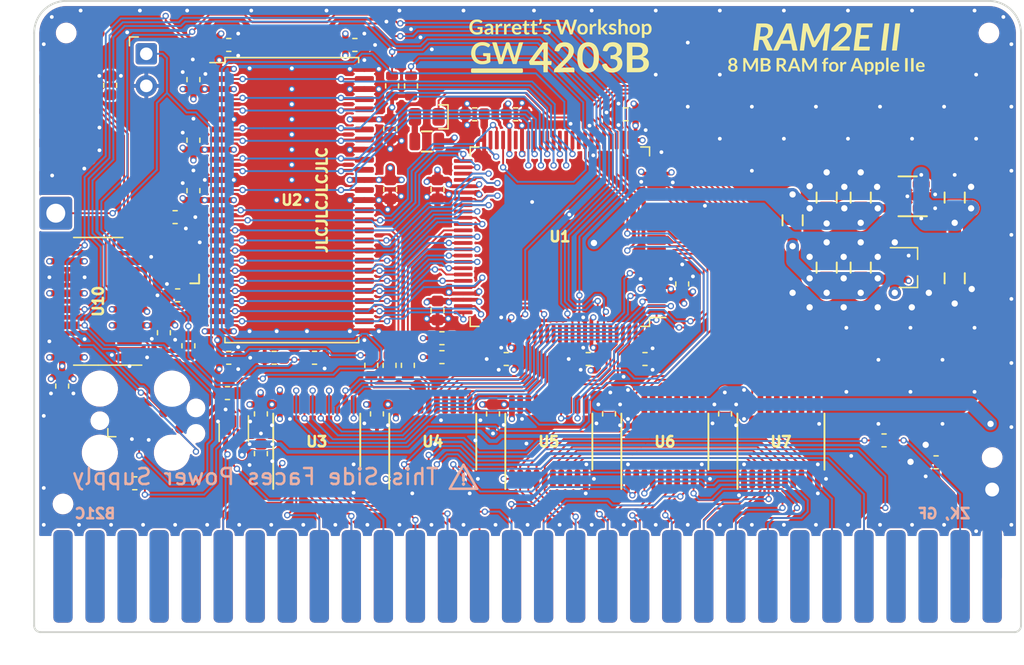
<source format=kicad_pcb>
(kicad_pcb (version 20221018) (generator pcbnew)

  (general
    (thickness 1.6108)
  )

  (paper "A4")
  (title_block
    (title "GW4203B (RAM2E II) - LCMXO2-640 / LCMXO2-1200")
    (date "2024-04-24")
    (rev "2.1")
    (company "Garrett's Workshop")
  )

  (layers
    (0 "F.Cu" signal)
    (1 "In1.Cu" power)
    (2 "In2.Cu" power)
    (31 "B.Cu" signal)
    (32 "B.Adhes" user "B.Adhesive")
    (33 "F.Adhes" user "F.Adhesive")
    (34 "B.Paste" user)
    (35 "F.Paste" user)
    (36 "B.SilkS" user "B.Silkscreen")
    (37 "F.SilkS" user "F.Silkscreen")
    (38 "B.Mask" user)
    (39 "F.Mask" user)
    (40 "Dwgs.User" user "User.Drawings")
    (41 "Cmts.User" user "User.Comments")
    (42 "Eco1.User" user "User.Eco1")
    (43 "Eco2.User" user "User.Eco2")
    (44 "Edge.Cuts" user)
    (45 "Margin" user)
    (46 "B.CrtYd" user "B.Courtyard")
    (47 "F.CrtYd" user "F.Courtyard")
    (48 "B.Fab" user)
    (49 "F.Fab" user)
  )

  (setup
    (stackup
      (layer "F.SilkS" (type "Top Silk Screen"))
      (layer "F.Paste" (type "Top Solder Paste"))
      (layer "F.Mask" (type "Top Solder Mask") (thickness 0.01))
      (layer "F.Cu" (type "copper") (thickness 0.035))
      (layer "dielectric 1" (type "core") (thickness 0.2104) (material "FR4") (epsilon_r 4.6) (loss_tangent 0.02))
      (layer "In1.Cu" (type "copper") (thickness 0.0175))
      (layer "dielectric 2" (type "prepreg") (thickness 1.065) (material "FR4") (epsilon_r 4.5) (loss_tangent 0.02))
      (layer "In2.Cu" (type "copper") (thickness 0.0175))
      (layer "dielectric 3" (type "core") (thickness 0.2104) (material "FR4") (epsilon_r 4.6) (loss_tangent 0.02))
      (layer "B.Cu" (type "copper") (thickness 0.035))
      (layer "B.Mask" (type "Bottom Solder Mask") (thickness 0.01))
      (layer "B.Paste" (type "Bottom Solder Paste"))
      (layer "B.SilkS" (type "Bottom Silk Screen"))
      (copper_finish "None")
      (dielectric_constraints no)
    )
    (pad_to_mask_clearance 0.0762)
    (solder_mask_min_width 0.127)
    (pad_to_paste_clearance -0.0381)
    (pcbplotparams
      (layerselection 0x00010f8_ffffffff)
      (plot_on_all_layers_selection 0x0000000_00000000)
      (disableapertmacros false)
      (usegerberextensions true)
      (usegerberattributes false)
      (usegerberadvancedattributes false)
      (creategerberjobfile false)
      (dashed_line_dash_ratio 12.000000)
      (dashed_line_gap_ratio 3.000000)
      (svgprecision 4)
      (plotframeref false)
      (viasonmask false)
      (mode 1)
      (useauxorigin false)
      (hpglpennumber 1)
      (hpglpenspeed 20)
      (hpglpendiameter 15.000000)
      (dxfpolygonmode true)
      (dxfimperialunits true)
      (dxfusepcbnewfont true)
      (psnegative false)
      (psa4output false)
      (plotreference true)
      (plotvalue true)
      (plotinvisibletext false)
      (sketchpadsonfab false)
      (subtractmaskfromsilk true)
      (outputformat 1)
      (mirror false)
      (drillshape 0)
      (scaleselection 1)
      (outputdirectory "gerber/")
    )
  )

  (net 0 "")
  (net 1 "+5V")
  (net 2 "GND")
  (net 3 "/Vid7M")
  (net 4 "/~{SYNC}")
  (net 5 "/~{PRAS}")
  (net 6 "/VC")
  (net 7 "/~{C07X}")
  (net 8 "/~{WNDW}")
  (net 9 "/SEGA")
  (net 10 "/ROMEN1")
  (net 11 "/ROMEN2")
  (net 12 "/MD7")
  (net 13 "/MD6")
  (net 14 "/MD5")
  (net 15 "/MD4")
  (net 16 "/PHI0")
  (net 17 "/~{CLRGAT}")
  (net 18 "/~{80VID}")
  (net 19 "/~{PCAS}")
  (net 20 "/~{LDPS}")
  (net 21 "/R~{W}80")
  (net 22 "/PHI1")
  (net 23 "/~{CASEN}")
  (net 24 "/MD3")
  (net 25 "/MD2")
  (net 26 "/MD1")
  (net 27 "/MD0")
  (net 28 "/H0")
  (net 29 "/AN3")
  (net 30 "/~{EN80}")
  (net 31 "/~{ALTVID}")
  (net 32 "/~{SEROUT}")
  (net 33 "/~{ENVID}")
  (net 34 "/R~{W}")
  (net 35 "/Q3")
  (net 36 "/SEGB")
  (net 37 "/~{RA9}")
  (net 38 "/~{RA10}")
  (net 39 "/GR")
  (net 40 "/~{ENTMG}")
  (net 41 "/MA6")
  (net 42 "/MA5")
  (net 43 "/MA4")
  (net 44 "/MA3")
  (net 45 "/MA2")
  (net 46 "/MA1")
  (net 47 "/MA0")
  (net 48 "/MA7")
  (net 49 "/C7M")
  (net 50 "/C14M")
  (net 51 "/C3M58")
  (net 52 "/VD0")
  (net 53 "/VD1")
  (net 54 "/VD2")
  (net 55 "/VD3")
  (net 56 "/VD4")
  (net 57 "/VD5")
  (net 58 "/VD6")
  (net 59 "/VD7")
  (net 60 "+3V3")
  (net 61 "/TDI")
  (net 62 "Net-(D1-A)")
  (net 63 "/TMS")
  (net 64 "/TDO")
  (net 65 "/TCK")
  (net 66 "/RD5")
  (net 67 "/RD4")
  (net 68 "/RD3")
  (net 69 "/RD2")
  (net 70 "/RD7")
  (net 71 "/RD6")
  (net 72 "/RD0")
  (net 73 "/RD1")
  (net 74 "/DQMH")
  (net 75 "/~{WE}")
  (net 76 "/~{CAS}")
  (net 77 "/CKE")
  (net 78 "/~{RAS}")
  (net 79 "/BA0")
  (net 80 "/RA11")
  (net 81 "/~{CS}")
  (net 82 "/BA1")
  (net 83 "/RA9")
  (net 84 "/RA10")
  (net 85 "/RA8")
  (net 86 "/RA0")
  (net 87 "/RA7")
  (net 88 "/RA1")
  (net 89 "/RA6")
  (net 90 "/RA4")
  (net 91 "/RA3")
  (net 92 "/~{EN80}in")
  (net 93 "/RA5")
  (net 94 "/RA2")
  (net 95 "/R~{W}80in")
  (net 96 "/Ain5")
  (net 97 "/PHI1in")
  (net 98 "/Ain6")
  (net 99 "/DQML")
  (net 100 "/~{C07X}in")
  (net 101 "/R~{W}in")
  (net 102 "/Ain0")
  (net 103 "/Ain1")
  (net 104 "/Ain2")
  (net 105 "/Ain3")
  (net 106 "/Ain4")
  (net 107 "/Ain7")
  (net 108 "/Din0")
  (net 109 "/Din1")
  (net 110 "/Din2")
  (net 111 "/Din3")
  (net 112 "/Din4")
  (net 113 "/Din5")
  (net 114 "/Din6")
  (net 115 "/Din7")
  (net 116 "/V~{OE}")
  (net 117 "/Vout7")
  (net 118 "/Vout6")
  (net 119 "/Vout5")
  (net 120 "/Vout4")
  (net 121 "/Vout3")
  (net 122 "/Vout2")
  (net 123 "/Vout1")
  (net 124 "/Vout0")
  (net 125 "/D~{OE}")
  (net 126 "/Dout0")
  (net 127 "/Dout1")
  (net 128 "/Dout2")
  (net 129 "/Dout3")
  (net 130 "/Dout4")
  (net 131 "/Dout5")
  (net 132 "/Dout6")
  (net 133 "/Dout7")
  (net 134 "/RCLK")
  (net 135 "/ACLK")
  (net 136 "/~{FRCTXT}")
  (net 137 "/C14MB")
  (net 138 "/C14MR")
  (net 139 "Net-(U4-B0)")
  (net 140 "/DONE")
  (net 141 "/~{INIT}")
  (net 142 "unconnected-(U9-NC-Pad4)")
  (net 143 "/LED")
  (net 144 "/DHGR~{OE}")
  (net 145 "/USB5V")
  (net 146 "Net-(J2-D-)")
  (net 147 "Net-(J2-D+)")
  (net 148 "unconnected-(J2-ID-Pad4)")
  (net 149 "/TCKr")
  (net 150 "unconnected-(J5-Pin_9-Pad9)")
  (net 151 "unconnected-(J5-Pin_10-Pad10)")
  (net 152 "unconnected-(J5-Pin_8-Pad8)")
  (net 153 "/UTCK")
  (net 154 "Net-(U10-XO)")
  (net 155 "Net-(U10-XI)")
  (net 156 "/~{PROG}")
  (net 157 "unconnected-(U1-PB14A-Pad45)")
  (net 158 "+1V2")
  (net 159 "Net-(U4-B2)")
  (net 160 "unconnected-(U4-B1-Pad17)")

  (footprint "stdpads:Fiducial" (layer "F.Cu") (at 203.2 129.54))

  (footprint "stdpads:Fiducial" (layer "F.Cu") (at 271.526 92.202))

  (footprint "stdpads:TSSOP-20_4.4x6.5mm_P0.65mm" (layer "F.Cu") (at 239.175 124.6))

  (footprint "stdpads:C_0603" (layer "F.Cu") (at 234.75 122.4 -90))

  (footprint "stdpads:C_0603" (layer "F.Cu") (at 253.15 122.4 -90))

  (footprint "stdpads:TSSOP-20_4.4x6.5mm_P0.65mm" (layer "F.Cu") (at 257.575 124.6))

  (footprint "stdpads:C_0603" (layer "F.Cu") (at 243.95 122.4 -90))

  (footprint "stdpads:TSSOP-20_4.4x6.5mm_P0.65mm" (layer "F.Cu") (at 220.775 124.6))

  (footprint "stdpads:TSSOP-20_4.4x6.5mm_P0.65mm" (layer "F.Cu") (at 248.375 124.6))

  (footprint "stdpads:AppleIIeAux_Edge" (layer "F.Cu") (at 237.49 135.382))

  (footprint "stdpads:TSSOP-20_4.4x6.5mm_P0.65mm" (layer "F.Cu") (at 229.975 124.6))

  (footprint "stdpads:C_0603" (layer "F.Cu") (at 225.55 122.4 -90))

  (footprint "stdpads:C_0603" (layer "F.Cu") (at 226.6 104.6 -90))

  (footprint "stdpads:C_0603" (layer "F.Cu") (at 226.6 99.8 -90))

  (footprint "stdpads:TSOP-II-54_22.2x10.16mm_P0.8mm" (layer "F.Cu") (at 218.8 105.45 -90))

  (footprint "stdpads:Fiducial" (layer "F.Cu") (at 203.454 92.202))

  (footprint "stdpads:PasteHole_1.1mm_PTH" (layer "F.Cu") (at 274.32 128.397))

  (footprint "stdpads:C_0603" (layer "F.Cu") (at 269.875 126.238 180))

  (footprint "stdpads:Fiducial" (layer "F.Cu") (at 270.129 129.286))

  (footprint "stdpads:C_0805" (layer "F.Cu") (at 271.35 111.65 -90))

  (footprint "stdpads:C_0603" (layer "F.Cu") (at 223.8 93.15))

  (footprint "stdpads:PasteHole_1.152mm_NPTH" (layer "F.Cu") (at 200.66 129.54))

  (footprint "stdpads:PasteHole_1.152mm_NPTH" (layer "F.Cu") (at 274.066 92.202))

  (footprint "stdpads:PasteHole_1.152mm_NPTH" (layer "F.Cu") (at 274.32 125.857))

  (footprint "stdpads:C_0805" (layer "F.Cu") (at 263.9 110.8 90))

  (footprint "stdpads:SOT-23" (layer "F.Cu") (at 267.65 110.8 180))

  (footprint "stdpads:C_0805" (layer "F.Cu") (at 261.2 110.8 90))

  (footprint "stdpads:C_0603" (layer "F.Cu") (at 213.8 93.15))

  (footprint "stdpads:C_0805" (layer "F.Cu") (at 263.9 105.25 90))

  (footprint "stdpads:C_0805" (layer "F.Cu") (at 261.2 105.25 90))

  (footprint "stdpads:R_0805" (layer "F.Cu") (at 258.5 107.05 90))

  (footprint "stdpads:R_0603" (layer "F.Cu") (at 265.75 124.5))

  (footprint "stdpads:C_0603" (layer "F.Cu") (at 246.8 118.05))

  (footprint "stdpads:C_0603" (layer "F.Cu") (at 233.3 98.65 180))

  (footprint "stdpads:R_0805" (layer "F.Cu") (at 229.5 100.8))

  (footprint "stdpads:LED_0805" (layer "F.Cu") (at 229.5 98.85 180))

  (footprint "stdpads:R_0603" (layer "F.Cu") (at 226.55 118.55 -90))

  (footprint "stdpads:R_0603" (layer "F.Cu") (at 228 118.55 -90))

  (footprint "stdpads:R_0603" (layer "F.Cu") (at 225.1 118.55 -90))

  (footprint "stdpads:TQFP-100_14x14mm_P0.5mm" (layer "F.Cu") (at 240.05 108.35 90))

  (footprint "stdpads:C_0603" (layer "F.Cu") (at 236.55 98.65))

  (footprint "stdpads:C_0603" (layer "F.Cu") (at 230.35 104.6 -90))

  (footprint "stdpads:C_0603" (layer "F.Cu")
    (tstamp 00000000-0000-0000-0000-000060bf4420)
    (at 230.35 114.2 -90)
    (tags "capacitor")
    (property "LCSC Part" "C23630")
    (property "Sheetfile" "RAM2E.kicad_sch")
    (property "Sheetname" "")
    (property "ki_description" "Unpolarized capacitor, small symbol")
    (property "ki_keywords" "capacitor cap")
    (path "/5a9cf43f-f4cd-4559-922c-83eb5c6ab1d0")
    (solder_mask_margin 0.05)
    (solder_paste_margin -0.04)
    (attr smd)
    (fp_text reference "C14" (at 0 0 -90) (layer "F.Fab")
        (effects (font (size 0.254 0.254) (thickness 0.0635)))
      (tstamp f6912a9e-c248-4afd-9df8-b1ea123a1ba2)
    )
    (fp_text value "2u2" (at 0 0.25 -90) (layer "F.Fab")
        (effects (font (size 0.127 0.127) (thickness 0.03175)))
      (tstamp 805b3f0e-31d0-4bc5-b323-3d0b97151f2a)
    )
    
... [4180065 chars truncated]
</source>
